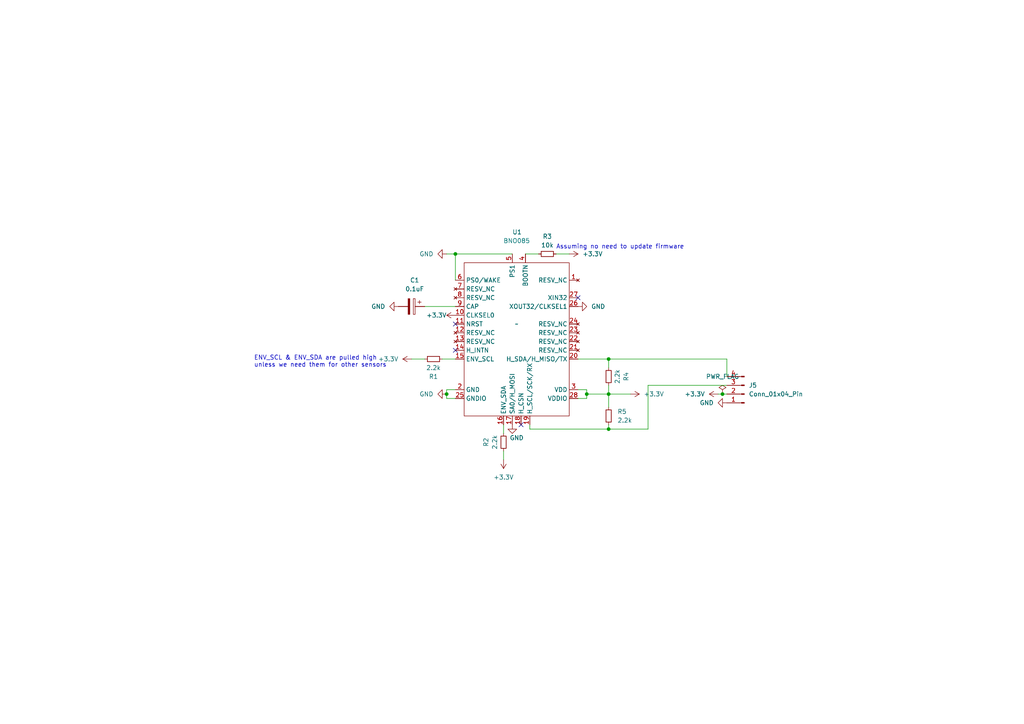
<source format=kicad_sch>
(kicad_sch (version 20230121) (generator eeschema)
  (paper "A4")
  (lib_symbols
    (symbol "BNO08x:BNO085"
      (property "Reference" "U" (at 0 26.67 0))
      (symbol "BNO085_0_1"
        (rectangle (start -15.24 17.78) (end 15.24 -26.67))
      )
      (symbol "BNO085_1_1"
        (text "BNO085" (at 0 24.13 0) (effects (font (size 1.27 1.27))))
        (pin no_connect line (at 17.78 12.7 180) (length 2.54) (name "RESV_NC") (number "1"))
        (pin input line (at -17.78 2.54 0) (length 2.54) (name "CLKSEL0") (number "10"))
        (pin input line (at -17.78 0 0) (length 2.54) (name "NRST") (number "11"))
        (pin no_connect line (at -17.78 -2.54 0) (length 2.54) (name "RESV_NC") (number "12"))
        (pin no_connect line (at -17.78 -5.08 0) (length 2.54) (name "RESV_NC") (number "13"))
        (pin output line (at -17.78 -7.62 0) (length 2.54) (name "H_INTN") (number "14"))
        (pin bidirectional line (at -17.78 -10.16 0) (length 2.54) (name "ENV_SCL") (number "15"))
        (pin bidirectional line (at -3.81 -29.21 90) (length 2.54) (name "ENV_SDA") (number "16"))
        (pin input line (at -1.27 -29.21 90) (length 2.54) (name "SA0/H_MOSI") (number "17"))
        (pin input line (at 1.27 -29.21 90) (length 2.54) (name "H_CSN") (number "18"))
        (pin bidirectional line (at 3.81 -29.21 90) (length 2.54) (name "H_SCL/SCK/RX") (number "19"))
        (pin input line (at -17.78 -19.05 0) (length 2.54) (name "GND") (number "2"))
        (pin bidirectional line (at 17.78 -10.16 180) (length 2.54) (name "H_SDA/H_MISO/TX") (number "20"))
        (pin no_connect line (at 17.78 -7.62 180) (length 2.54) (name "RESV_NC") (number "21"))
        (pin no_connect line (at 17.78 -5.08 180) (length 2.54) (name "RESV_NC") (number "22"))
        (pin no_connect line (at 17.78 -2.54 180) (length 2.54) (name "RESV_NC") (number "23"))
        (pin no_connect line (at 17.78 0 180) (length 2.54) (name "RESV_NC") (number "24"))
        (pin input line (at -17.78 -21.59 0) (length 2.54) (name "GNDIO") (number "25"))
        (pin input line (at 17.78 5.08 180) (length 2.54) (name "XOUT32/CLKSEL1") (number "26"))
        (pin input line (at 17.78 7.62 180) (length 2.54) (name "XIN32") (number "27"))
        (pin power_in line (at 17.78 -21.59 180) (length 2.54) (name "VDDIO") (number "28"))
        (pin power_in line (at 17.78 -19.05 180) (length 2.54) (name "VDD") (number "3"))
        (pin input line (at 2.54 20.32 270) (length 2.54) (name "BOOTN") (number "4"))
        (pin input line (at -1.27 20.32 270) (length 2.54) (name "PS1") (number "5"))
        (pin input line (at -17.78 12.7 0) (length 2.54) (name "PS0/WAKE") (number "6"))
        (pin no_connect line (at -17.78 10.16 0) (length 2.54) (name "RESV_NC") (number "7"))
        (pin no_connect line (at -17.78 7.62 0) (length 2.54) (name "RESV_NC") (number "8"))
        (pin input line (at -17.78 5.08 0) (length 2.54) (name "CAP") (number "9"))
      )
    )
    (symbol "Connector:Conn_01x04_Pin" (pin_names (offset 1.016) hide)
      (property "Reference" "J" (at 0 5.08 0))
      (property "Value" "Conn_01x04_Pin" (at 0 -7.62 0))
      (symbol "Conn_01x04_Pin_1_1"
        (polyline (pts (xy 1.27 -5.08) (xy 0.8636 -5.08)) (stroke (width 0.1524)))
        (polyline (pts (xy 1.27 -2.54) (xy 0.8636 -2.54)) (stroke (width 0.1524)))
        (polyline (pts (xy 1.27 0) (xy 0.8636 0)) (stroke (width 0.1524)))
        (polyline (pts (xy 1.27 2.54) (xy 0.8636 2.54)) (stroke (width 0.1524)))
        (rectangle (start 0.8636 -4.953) (end 0 -5.207) (stroke (width 0.1524)) (fill (type outline)))
        (rectangle (start 0.8636 -2.413) (end 0 -2.667) (stroke (width 0.1524)) (fill (type outline)))
        (rectangle (start 0.8636 0.127) (end 0 -0.127) (stroke (width 0.1524)) (fill (type outline)))
        (rectangle (start 0.8636 2.667) (end 0 2.413) (stroke (width 0.1524)) (fill (type outline)))
        (pin passive line (at 5.08 2.54 180) (length 3.81) (name "Pin_1") (number "1"))
        (pin passive line (at 5.08 0 180) (length 3.81) (name "Pin_2") (number "2"))
        (pin passive line (at 5.08 -2.54 180) (length 3.81) (name "Pin_3") (number "3"))
        (pin passive line (at 5.08 -5.08 180) (length 3.81) (name "Pin_4") (number "4"))
      )
    )
    (symbol "Device:C_Polarized" (pin_numbers hide) (pin_names (offset 0.254))
      (property "Reference" "C" (at 0.635 2.54 0))
      (property "Value" "C_Polarized" (at 0.635 -2.54 0))
      (symbol "C_Polarized_0_1"
        (rectangle (start -2.286 0.508) (end 2.286 1.016))
        (polyline (pts (xy -1.778 2.286) (xy -0.762 2.286)))
        (polyline (pts (xy -1.27 2.794) (xy -1.27 1.778)))
        (rectangle (start 2.286 -0.508) (end -2.286 -1.016) (fill (type outline)))
      )
      (symbol "C_Polarized_1_1"
        (pin passive line (at 0 3.81 270) (length 2.794) (name "~") (number "1"))
        (pin passive line (at 0 -3.81 90) (length 2.794) (name "~") (number "2"))
      )
    )
    (symbol "Device:R_Small" (pin_numbers hide) (pin_names (offset 0.254) hide)
      (property "Reference" "R" (at 0.762 0.508 0))
      (property "Value" "R_Small" (at 0.762 -1.016 0))
      (symbol "R_Small_0_1"
        (rectangle (start -0.762 1.778) (end 0.762 -1.778) (stroke (width 0.2032)))
      )
      (symbol "R_Small_1_1"
        (pin passive line (at 0 2.54 270) (length 0.762) (name "~") (number "1"))
        (pin passive line (at 0 -2.54 90) (length 0.762) (name "~") (number "2"))
      )
    )
    (symbol "power:+3.3V" (power) (pin_names (offset 0))
      (property "Value" "+3.3V" (at 0 3.556 0))
      (symbol "+3.3V_0_1"
        (polyline (pts (xy -0.762 1.27) (xy 0 2.54)))
        (polyline (pts (xy 0 0) (xy 0 2.54)))
        (polyline (pts (xy 0 2.54) (xy 0.762 1.27)))
      )
      (symbol "+3.3V_1_1"
        (pin power_in line (at 0 0 90) (length 0) hide (name "+3.3V") (number "1"))
      )
    )
    (symbol "power:GND" (power) (pin_names (offset 0))
      (property "Value" "GND" (at 0 -3.81 0))
      (symbol "GND_0_1"
        (polyline (pts (xy 0 0) (xy 0 -1.27) (xy 1.27 -1.27) (xy 0 -2.54) (xy -1.27 -1.27) (xy 0 -1.27)))
      )
      (symbol "GND_1_1"
        (pin power_in line (at 0 0 270) (length 0) hide (name "GND") (number "1"))
      )
    )
    (symbol "power:PWR_FLAG" (power) (pin_numbers hide) (pin_names (offset 0) hide)
      (property "Value" "PWR_FLAG" (at 0 3.81 0))
      (symbol "PWR_FLAG_0_0"
        (pin power_out line (at 0 0 90) (length 0) (name "pwr") (number "1"))
      )
      (symbol "PWR_FLAG_0_1"
        (polyline (pts (xy 0 0) (xy 0 1.27) (xy -1.016 1.905) (xy 0 2.54) (xy 1.016 1.905) (xy 0 1.27)))
      )
    )
  )
  (junction (at 176.53 124.46))
  (junction (at 170.18 114.3))
  (junction (at 132.08 73.66))
  (junction (at 176.53 104.14))
  (junction (at 176.53 114.3))
  (junction (at 209.55 114.3))
  (junction (at 129.54 114.3))
  (no_connect (at 132.08 101.6))
  (no_connect (at 132.08 93.98))
  (no_connect (at 167.64 86.36))
  (no_connect (at 151.13 123.19))
  (wire (pts (xy 167.64 113.03) (xy 170.18 113.03)))
  (wire (pts (xy 132.08 115.57) (xy 129.54 115.57)))
  (wire (pts (xy 208.28 114.3) (xy 209.55 114.3)))
  (wire (pts (xy 146.05 123.19) (xy 146.05 125.73)))
  (wire (pts (xy 176.53 104.14) (xy 210.82 104.14)))
  (wire (pts (xy 182.88 114.3) (xy 176.53 114.3)))
  (wire (pts (xy 132.08 73.66) (xy 148.59 73.66)))
  (wire (pts (xy 176.53 123.19) (xy 176.53 124.46)))
  (wire (pts (xy 129.54 115.57) (xy 129.54 114.3)))
  (wire (pts (xy 209.55 114.3) (xy 210.82 114.3)))
  (wire (pts (xy 161.29 73.66) (xy 165.1 73.66)))
  (wire (pts (xy 176.53 111.76) (xy 176.53 114.3)))
  (wire (pts (xy 119.38 104.14) (xy 123.19 104.14)))
  (wire (pts (xy 129.54 73.66) (xy 132.08 73.66)))
  (wire (pts (xy 153.67 123.19) (xy 153.67 124.46)))
  (wire (pts (xy 170.18 113.03) (xy 170.18 114.3)))
  (wire (pts (xy 176.53 104.14) (xy 176.53 106.68)))
  (wire (pts (xy 187.96 124.46) (xy 187.96 111.76)))
  (wire (pts (xy 129.54 113.03) (xy 129.54 114.3)))
  (wire (pts (xy 123.19 88.9) (xy 132.08 88.9)))
  (wire (pts (xy 210.82 104.14) (xy 210.82 109.22)))
  (wire (pts (xy 167.64 104.14) (xy 176.53 104.14)))
  (wire (pts (xy 176.53 124.46) (xy 187.96 124.46)))
  (wire (pts (xy 132.08 113.03) (xy 129.54 113.03)))
  (wire (pts (xy 170.18 115.57) (xy 170.18 114.3)))
  (wire (pts (xy 153.67 124.46) (xy 176.53 124.46)))
  (wire (pts (xy 128.27 104.14) (xy 132.08 104.14)))
  (wire (pts (xy 132.08 73.66) (xy 132.08 81.28)))
  (wire (pts (xy 146.05 130.81) (xy 146.05 133.35)))
  (wire (pts (xy 176.53 114.3) (xy 176.53 118.11)))
  (wire (pts (xy 176.53 114.3) (xy 170.18 114.3)))
  (wire (pts (xy 167.64 115.57) (xy 170.18 115.57)))
  (wire (pts (xy 187.96 111.76) (xy 210.82 111.76)))
  (wire (pts (xy 152.4 73.66) (xy 156.21 73.66)))
  (text "Assuming no need to update firmware" (at 161.29 72.39 0) (effects (font (size 1.27 1.27)) (justify left bottom)))
  (text "ENV_SCL & ENV_SDA are pulled high \nunless we need them for other sensors" (at 73.66 106.68 0) (effects (font (size 1.27 1.27)) (justify left bottom)))
  (symbol (lib_id "Device:C_Polarized") (at 119.38 88.9 270) (unit 1)
    (property "Reference" "C1" (at 120.269 81.28 90))
    (property "Value" "0.1uF" (at 120.269 83.82 90))
    (property "Footprint" "Capacitor_SMD:C_0402_1005Metric" (effects hide))
  )
  (symbol (lib_id "power:GND") (at 129.54 114.3 270) (unit 1)
    (property "Reference" "#PWR04" (effects hide))
    (property "Value" "GND" (at 125.73 114.3 90) (effects (justify right)))
  )
  (symbol (lib_id "Device:R_Small") (at 158.75 73.66 90) (unit 1)
    (property "Reference" "R3" (at 158.75 68.58 90))
    (property "Value" "10k" (at 158.75 71.12 90))
    (property "Footprint" "Resistor_SMD:R_0402_1005Metric" (effects hide))
  )
  (symbol (lib_id "power:+3.3V") (at 208.28 114.3 90) (unit 1)
    (property "Reference" "#PWR014" (effects hide))
    (property "Value" "+3.3V" (at 204.47 114.3 90) (effects (justify left)))
  )
  (symbol (lib_id "Device:R_Small") (at 125.73 104.14 90) (unit 1)
    (property "Reference" "R1" (at 125.73 109.22 90))
    (property "Value" "2.2k" (at 125.73 106.68 90))
    (property "Footprint" "Resistor_SMD:R_0402_1005Metric" (effects hide))
  )
  (symbol (lib_id "power:GND") (at 148.59 123.19 0) (unit 1)
    (property "Reference" "#PWR07" (effects hide))
    (property "Value" "GND" (at 149.86 127 0))
  )
  (symbol (lib_id "power:+3.3V") (at 146.05 133.35 180) (unit 1)
    (property "Reference" "#PWR06" (effects hide))
    (property "Value" "+3.3V" (at 146.05 138.43 0))
  )
  (symbol (lib_id "Device:R_Small") (at 176.53 120.65 0) (unit 1)
    (property "Reference" "R5" (at 179.07 119.38 0) (effects (justify left)))
    (property "Value" "2.2k" (at 179.07 121.92 0) (effects (justify left)))
    (property "Footprint" "Resistor_SMD:R_0402_1005Metric" (effects hide))
  )
  (symbol (lib_id "BNO08x:BNO085") (at 149.86 93.98 0) (unit 1)
    (property "Reference" "U1" (at 148.59 67.31 0) (effects (justify left)))
    (property "Value" "~" (at 149.86 93.98 0))
    (property "Footprint" "Package_LGA:LGA-28_5.2x3.8mm_P0.5mm" (effects hide))
  )
  (symbol (lib_id "power:PWR_FLAG") (at 209.55 114.3 0) (unit 1)
    (property "Reference" "#FLG01" (effects hide))
    (property "Value" "PWR_FLAG" (at 209.55 109.22 0))
  )
  (symbol (lib_id "power:GND") (at 167.64 88.9 90) (unit 1)
    (property "Reference" "#PWR09" (effects hide))
    (property "Value" "GND" (at 171.45 88.9 90) (effects (justify right)))
  )
  (symbol (lib_id "Device:R_Small") (at 176.53 109.22 0) (unit 1)
    (property "Reference" "R4" (at 181.61 109.22 90))
    (property "Value" "2.2k" (at 179.07 109.22 90))
    (property "Footprint" "Resistor_SMD:R_0402_1005Metric" (effects hide))
  )
  (symbol (lib_id "power:+3.3V") (at 119.38 104.14 90) (unit 1)
    (property "Reference" "#PWR02" (effects hide))
    (property "Value" "+3.3V" (at 115.57 104.14 90) (effects (justify left)))
  )
  (symbol (lib_id "power:+3.3V") (at 165.1 73.66 270) (unit 1)
    (property "Reference" "#PWR08" (effects hide))
    (property "Value" "+3.3V" (at 168.91 73.66 90) (effects (justify left)))
  )
  (symbol (lib_id "power:+3.3V") (at 182.88 114.3 270) (unit 1)
    (property "Reference" "#PWR010" (effects hide))
    (property "Value" "+3.3V" (at 186.69 114.3 90) (effects (justify left)))
  )
  (symbol (lib_id "power:+3.3V") (at 132.08 91.44 90) (unit 1)
    (property "Reference" "#PWR05" (effects hide))
    (property "Value" "+3.3V" (at 129.54 91.44 90) (effects (justify left)))
  )
  (symbol (lib_id "power:GND") (at 210.82 116.84 270) (unit 1)
    (property "Reference" "#PWR013" (effects hide))
    (property "Value" "GND" (at 207.01 116.84 90) (effects (justify right)))
  )
  (symbol (lib_id "Connector:Conn_01x04_Pin") (at 215.9 114.3 180) (unit 1)
    (property "Reference" "J5" (at 217.17 111.76 0) (effects (justify right)))
    (property "Value" "Conn_01x04_Pin" (at 217.17 114.3 0) (effects (justify right)))
    (property "Footprint" "Connector_PinHeader_1.00mm:PinHeader_1x04_P1.00mm_Vertical" (effects hide))
  )
  (symbol (lib_id "power:GND") (at 115.57 88.9 270) (unit 1)
    (property "Reference" "#PWR01" (effects hide))
    (property "Value" "GND" (at 111.76 88.9 90) (effects (justify right)))
  )
  (symbol (lib_id "Device:R_Small") (at 146.05 128.27 0) (unit 1)
    (property "Reference" "R2" (at 140.97 128.27 90))
    (property "Value" "2.2k" (at 143.51 128.27 90))
    (property "Footprint" "Resistor_SMD:R_0402_1005Metric" (effects hide))
  )
  (symbol (lib_id "power:GND") (at 129.54 73.66 270) (unit 1)
    (property "Reference" "#PWR03" (effects hide))
    (property "Value" "GND" (at 125.73 73.66 90) (effects (justify right)))
  )
)
</source>
